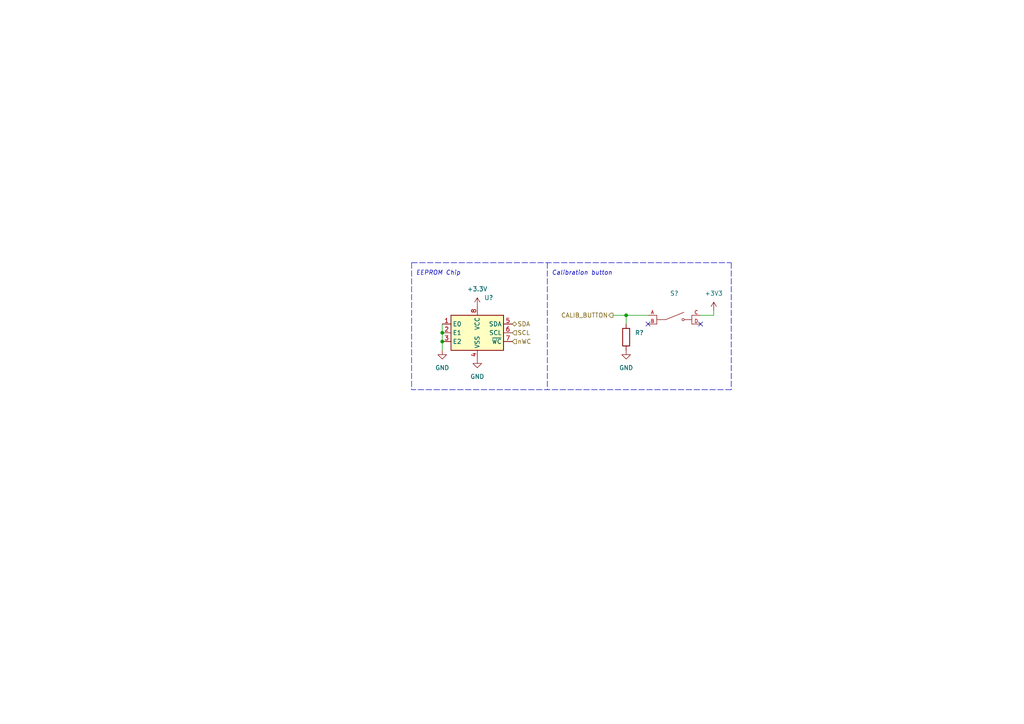
<source format=kicad_sch>
(kicad_sch (version 20211123) (generator eeschema)
  (paper "A4")
  (title_block (title "EEPROM Storage") (date "2023-01-10") (rev "1") (company "Longhorn Racing") (comment 1 "for calibration data"))
  (lib_symbols
    (symbol "Device:R" (pin_numbers hide) (pin_names (offset 0))
      (property "Reference" "R" (at 2.032 0 90))
      (property "Value" "R" (at 0 0 90))
      (symbol "R_0_1"
        (rectangle (start -1.016 -2.54) (end 1.016 2.54) (stroke (width 0.254)))
      )
      (symbol "R_1_1"
        (pin passive line (at 0 3.81 270) (length 1.27) (name "~") (number "1"))
        (pin passive line (at 0 -3.81 90) (length 1.27) (name "~") (number "2"))
      )
    )
    (symbol "Memory_EEPROM:M24C02-WMN"
      (property "Reference" "U" (at -6.35 6.35 0))
      (property "Value" "M24C02-WMN" (at 7.62 6.35 0))
      (symbol "M24C02-WMN_0_1"
        (rectangle (start -7.62 5.08) (end 7.62 -5.08) (stroke (width 0.254)) (fill (type background)))
      )
      (symbol "M24C02-WMN_1_1"
        (pin input line (at -10.16 2.54 0) (length 2.54) (name "E0") (number "1"))
        (pin input line (at -10.16 0 0) (length 2.54) (name "E1") (number "2"))
        (pin input line (at -10.16 -2.54 0) (length 2.54) (name "E2") (number "3"))
        (pin power_in line (at 0 -7.62 90) (length 2.54) (name "VSS") (number "4"))
        (pin bidirectional line (at 10.16 2.54 180) (length 2.54) (name "SDA") (number "5"))
        (pin input line (at 10.16 0 180) (length 2.54) (name "SCL") (number "6"))
        (pin input line (at 10.16 -2.54 180) (length 2.54) (name "~{WC}") (number "7"))
        (pin power_in line (at 0 7.62 270) (length 2.54) (name "VCC") (number "8"))
      )
    )
    (symbol "Push_Buttons:TS-1187A-B-A-B" (pin_names (offset 1.016) hide)
      (property "Reference" "S" (at -2.54 2.54 0))
      (property "Value" "TS-1187A-B-A-B" (at -7.62 -3.81 0))
      (symbol "TS-1187A-B-A-B_0_0"
        (polyline (pts (xy -2.54 0) (xy -5.08 0)) (stroke (width 0.1524)))
        (polyline (pts (xy -2.54 0) (xy 2.794 2.1336)) (stroke (width 0.1524)))
        (polyline (pts (xy 5.08 0) (xy 2.921 0)) (stroke (width 0.1524)))
        (circle (center 2.54 0) (radius 0.3302) (stroke (width 0.1524)))
        (pin passive line (at -7.62 1.27 0) (length 2.54) (name "~") (number "A"))
        (pin passive line (at -7.62 -1.27 0) (length 2.54) (name "~") (number "B"))
        (pin passive line (at 7.62 1.27 180) (length 2.54) (name "~") (number "C"))
        (pin passive line (at 7.62 -1.27 180) (length 2.54) (name "~") (number "D"))
      )
      (symbol "TS-1187A-B-A-B_1_1"
        (polyline (pts (xy -5.08 1.27) (xy -5.08 -1.27)))
        (polyline (pts (xy 5.08 1.27) (xy 5.08 -1.27)))
      )
    )
    (symbol "power:+3.3V" (power) (pin_names (offset 0))
      (property "Value" "+3.3V" (at 0 3.556 0))
      (symbol "+3.3V_0_1"
        (polyline (pts (xy -0.762 1.27) (xy 0 2.54)))
        (polyline (pts (xy 0 0) (xy 0 2.54)))
        (polyline (pts (xy 0 2.54) (xy 0.762 1.27)))
      )
      (symbol "+3.3V_1_1"
        (pin power_in line (at 0 0 90) (length 0) hide (name "+3.3V") (number "1"))
      )
    )
    (symbol "power:+3V3" (power) (pin_names (offset 0))
      (property "Value" "+3V3" (at 0 3.556 0))
      (symbol "+3V3_0_1"
        (polyline (pts (xy -0.762 1.27) (xy 0 2.54)))
        (polyline (pts (xy 0 0) (xy 0 2.54)))
        (polyline (pts (xy 0 2.54) (xy 0.762 1.27)))
      )
      (symbol "+3V3_1_1"
        (pin power_in line (at 0 0 90) (length 0) hide (name "+3V3") (number "1"))
      )
    )
    (symbol "power:GND" (power) (pin_names (offset 0))
      (property "Value" "GND" (at 0 -3.81 0))
      (symbol "GND_0_1"
        (polyline (pts (xy 0 0) (xy 0 -1.27) (xy 1.27 -1.27) (xy 0 -2.54) (xy -1.27 -1.27) (xy 0 -1.27)))
      )
      (symbol "GND_1_1"
        (pin power_in line (at 0 0 270) (length 0) hide (name "GND") (number "1"))
      )
    )
  )
  (junction (at 128.27 99.06))
  (junction (at 181.61 91.44))
  (junction (at 128.27 96.52))
  (no_connect (at 203.2 93.98))
  (no_connect (at 187.96 93.98))
  (wire (pts (xy 128.27 99.06) (xy 128.27 101.6)))
  (wire (pts (xy 177.8 91.44) (xy 181.61 91.44)))
  (wire (pts (xy 181.61 91.44) (xy 181.61 93.98)))
  (wire (pts (xy 181.61 91.44) (xy 187.96 91.44)))
  (polyline (pts (xy 119.38 76.2) (xy 212.09 76.2)))
  (polyline (pts (xy 119.38 76.2) (xy 119.38 113.03)))
  (polyline (pts (xy 212.09 113.03) (xy 119.38 113.03)))
  (wire (pts (xy 128.27 96.52) (xy 128.27 99.06)))
  (polyline (pts (xy 212.09 76.2) (xy 212.09 113.03)))
  (wire (pts (xy 207.01 90.17) (xy 207.01 91.44)))
  (wire (pts (xy 128.27 93.98) (xy 128.27 96.52)))
  (wire (pts (xy 207.01 91.44) (xy 203.2 91.44)))
  (polyline (pts (xy 158.75 76.2) (xy 158.75 113.03)))
  (text "Calibration button" (at 160.02 80.01 0) (effects (font (size 1.27 1.27) italic) (justify left bottom)))
  (text "EEPROM Chip" (at 120.65 80.01 0) (effects (font (size 1.27 1.27) italic) (justify left bottom)))
  (hierarchical_label "nWC" (shape input) (at 148.59 99.06 0))
  (hierarchical_label "SDA" (shape bidirectional) (at 148.59 93.98 0))
  (hierarchical_label "CALIB_BUTTON" (shape output) (at 177.8 91.44 180))
  (hierarchical_label "SCL" (shape input) (at 148.59 96.52 0))
  (symbol (lib_id "power:+3V3") (at 207.01 90.17 0) (unit 1)
    (property "Reference" "#PWR?" (effects hide))
  )
  (symbol (lib_id "power:GND") (at 128.27 101.6 0) (unit 1)
    (property "Reference" "#PWR?" (effects hide))
  )
  (symbol (lib_id "power:GND") (at 138.43 104.14 0) (unit 1)
    (property "Reference" "#PWR?" (effects hide))
  )
  (symbol (lib_id "power:+3.3V") (at 138.43 88.9 0) (unit 1)
    (property "Reference" "#PWR?" (effects hide))
  )
  (symbol (lib_id "power:GND") (at 181.61 101.6 0) (unit 1)
    (property "Reference" "#PWR?" (effects hide))
  )
  (symbol (lib_id "Memory_EEPROM:M24C02-WMN") (at 138.43 96.52 0) (unit 1)
    (property "Reference" "U?" (at 140.4494 86.36 0) (effects (justify left)))
    (property "Datasheet" "http://www.st.com/content/ccc/resource/technical/document/datasheet/b0/d8/50/40/5a/85/49/6f/DM00071904.pdf/files/DM00071904.pdf/jcr:content/translations/en.DM00071904.pdf" (effects hide))
  )
  (symbol (lib_id "Push_Buttons:TS-1187A-B-A-B") (at 195.58 92.71 0) (unit 1)
    (property "Reference" "S?" (at 195.58 85.09 0))
    (property "Datasheet" "https://datasheet.lcsc.com/lcsc/2002271431_XKB-Connectivity-TS-1187A-B-A-B_C318884.pdf" (effects hide))
    (property "MANUFACTURER" "XKB Industrial Precision" (effects hide))
    (property "MAXIMUM_PACKAGE_HEIGHT" "1.5mm" (effects hide))
    (property "STANDARD" "Manufacturer Recommendations" (effects hide))
    (property "PARTREV" "A0" (effects hide))
  )
  (symbol (lib_id "Device:R") (at 181.61 97.79 0) (unit 1)
    (property "Reference" "R?" (at 184.15 96.5199 0) (effects (justify left)))
  )
)
</source>
